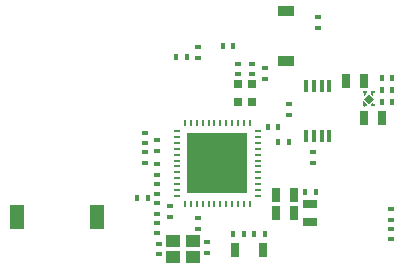
<source format=gbr>
G04 #@! TF.FileFunction,Paste,Top*
%FSLAX46Y46*%
G04 Gerber Fmt 4.6, Leading zero omitted, Abs format (unit mm)*
G04 Created by KiCad (PCBNEW 0.201502101101+5412~21~ubuntu14.04.1-product) date Tue 10 Feb 2015 05:50:58 PM PST*
%MOMM*%
G01*
G04 APERTURE LIST*
%ADD10C,0.100000*%
%ADD11R,1.250000X2.100000*%
%ADD12R,0.797560X0.797560*%
%ADD13R,0.400000X1.100000*%
%ADD14R,0.599440X0.248920*%
%ADD15R,0.248920X0.599440*%
%ADD16R,5.150000X5.150000*%
%ADD17R,0.635000X1.143000*%
%ADD18R,0.398780X0.599440*%
%ADD19R,0.599440X0.398780*%
%ADD20R,1.143000X0.635000*%
%ADD21R,1.400000X0.950000*%
%ADD22R,1.200000X1.000000*%
%ADD23R,0.650000X1.300000*%
%ADD24R,0.300000X0.210000*%
%ADD25R,0.100000X0.430000*%
G04 APERTURE END LIST*
D10*
D11*
X59636000Y-117602000D03*
X52886000Y-117602000D03*
D12*
X71628000Y-107810300D03*
X71628000Y-106311700D03*
X72771000Y-107810300D03*
X72771000Y-106311700D03*
D13*
X79334000Y-106435000D03*
X78684000Y-106435000D03*
X78034000Y-106435000D03*
X77384000Y-106435000D03*
X77384000Y-110735000D03*
X78034000Y-110735000D03*
X78684000Y-110735000D03*
X79334000Y-110735000D03*
D14*
X73248520Y-115778280D03*
X73248520Y-115277900D03*
X73248520Y-114777520D03*
X73248520Y-114277140D03*
X73248520Y-113779300D03*
X73248520Y-113278920D03*
X73248520Y-112778540D03*
X73248520Y-112278160D03*
X73248520Y-111777780D03*
X73248520Y-111277400D03*
X73248520Y-110777020D03*
X73248520Y-110279180D03*
X66451480Y-114282220D03*
X66451480Y-114780060D03*
X66451480Y-115280440D03*
X66451480Y-115780820D03*
D15*
X70599300Y-109628940D03*
X70100000Y-109630000D03*
X69601080Y-109628940D03*
X69100700Y-109628940D03*
X68600320Y-109628940D03*
X68099940Y-109628940D03*
X67599560Y-109628940D03*
X67099180Y-109628940D03*
X72598280Y-109628940D03*
X72097900Y-109628940D03*
X71597520Y-109628940D03*
X71099680Y-109628940D03*
D14*
X66451480Y-110281720D03*
X66448940Y-110782100D03*
X66448940Y-111279940D03*
X66448940Y-111780320D03*
X66448940Y-112280700D03*
X66448940Y-112781080D03*
X66448940Y-113281460D03*
X66448940Y-113781840D03*
D15*
X67099180Y-116428520D03*
X67599560Y-116428520D03*
X68099940Y-116428520D03*
X68597780Y-116428520D03*
X69098160Y-116428520D03*
X69598540Y-116428520D03*
X70098920Y-116428520D03*
X70599300Y-116428520D03*
X71099680Y-116428520D03*
X71600060Y-116428520D03*
X72097900Y-116428520D03*
X72598280Y-116428520D03*
D16*
X69850000Y-113030000D03*
D17*
X82296000Y-106045000D03*
X80772000Y-106045000D03*
D18*
X75887580Y-111252000D03*
X74988420Y-111252000D03*
D19*
X73914000Y-104960420D03*
X73914000Y-105859580D03*
X68961000Y-120591580D03*
X68961000Y-119692420D03*
D18*
X73855580Y-118999000D03*
X72956420Y-118999000D03*
D17*
X82296000Y-109220000D03*
X83820000Y-109220000D03*
D18*
X74998580Y-109982000D03*
X74099420Y-109982000D03*
D19*
X64897000Y-119819420D03*
X64897000Y-120718580D03*
D18*
X71178420Y-118999000D03*
X72077580Y-118999000D03*
D17*
X74803000Y-117221000D03*
X76327000Y-117221000D03*
D19*
X63750142Y-110428052D03*
X63750142Y-111327212D03*
X68199000Y-118559580D03*
X68199000Y-117660420D03*
X64770000Y-114739420D03*
X64770000Y-115638580D03*
D18*
X63050420Y-115951000D03*
X63949580Y-115951000D03*
D19*
X65836800Y-117518180D03*
X65836800Y-116619020D03*
D20*
X77724000Y-116459000D03*
X77724000Y-117983000D03*
D19*
X64770000Y-118940581D03*
X64770000Y-118041421D03*
X63750142Y-112978212D03*
X63750142Y-112079052D03*
X64770000Y-113987580D03*
X64770000Y-113088420D03*
D17*
X76327000Y-115697000D03*
X74803000Y-115697000D03*
D18*
X77274420Y-115443000D03*
X78173580Y-115443000D03*
D19*
X64770000Y-116390420D03*
X64770000Y-117289580D03*
D18*
X84650580Y-105791000D03*
X83751420Y-105791000D03*
X83751420Y-107823000D03*
X84650580Y-107823000D03*
D19*
X71628000Y-104579420D03*
X71628000Y-105478580D03*
X78359000Y-100642420D03*
X78359000Y-101541580D03*
D18*
X84650580Y-106807000D03*
X83751420Y-106807000D03*
D19*
X72771000Y-104579420D03*
X72771000Y-105478580D03*
D18*
X71188580Y-103124000D03*
X70289420Y-103124000D03*
D19*
X68199000Y-104081580D03*
X68199000Y-103182420D03*
D18*
X66352420Y-104013000D03*
X67251580Y-104013000D03*
D19*
X77978000Y-112072420D03*
X77978000Y-112971580D03*
X75946000Y-108907580D03*
X75946000Y-108008420D03*
X84582000Y-116898420D03*
X84582000Y-117797580D03*
X84582000Y-119448580D03*
X84582000Y-118549420D03*
X64770000Y-111056420D03*
X64770000Y-111955580D03*
D21*
X75692000Y-100160000D03*
X75692000Y-104310000D03*
D22*
X67779000Y-120919000D03*
X66079000Y-120919000D03*
X66079000Y-119619000D03*
X67779000Y-119619000D03*
D23*
X73692000Y-120396000D03*
X71342000Y-120396000D03*
D10*
G36*
X82202000Y-108124000D02*
X82202000Y-107694000D01*
X82402000Y-107894000D01*
X82402000Y-107924000D01*
X82202000Y-108124000D01*
X82202000Y-108124000D01*
G37*
G36*
X82302000Y-108224000D02*
X82302000Y-107794000D01*
X82502000Y-107994000D01*
X82502000Y-108024000D01*
X82302000Y-108224000D01*
X82302000Y-108224000D01*
G37*
D24*
X82352000Y-108119000D03*
D25*
X82252000Y-108009000D03*
X83102000Y-108009000D03*
D24*
X83002000Y-108119000D03*
D10*
G36*
X83052000Y-107794000D02*
X83052000Y-108224000D01*
X82852000Y-108024000D01*
X82852000Y-107994000D01*
X83052000Y-107794000D01*
X83052000Y-107794000D01*
G37*
G36*
X83052000Y-106914000D02*
X83052000Y-107344000D01*
X82852000Y-107144000D01*
X82852000Y-107114000D01*
X83052000Y-106914000D01*
X83052000Y-106914000D01*
G37*
D24*
X83002000Y-107019000D03*
D25*
X83102000Y-107129000D03*
X82252000Y-107129000D03*
D24*
X82352000Y-107019000D03*
D10*
G36*
X82302000Y-107344000D02*
X82302000Y-106914000D01*
X82502000Y-107114000D01*
X82502000Y-107144000D01*
X82302000Y-107344000D01*
X82302000Y-107344000D01*
G37*
G36*
X82677000Y-107979122D02*
X82266878Y-107569000D01*
X82677000Y-107158878D01*
X83087122Y-107569000D01*
X82677000Y-107979122D01*
X82677000Y-107979122D01*
G37*
M02*

</source>
